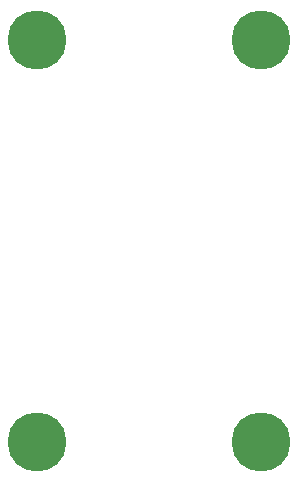
<source format=gbr>
%TF.GenerationSoftware,Altium Limited,Altium Designer,23.3.1 (30)*%
G04 Layer_Color=255*
%FSLAX26Y26*%
%MOIN*%
%TF.SameCoordinates,8EB50123-24BD-4293-BAC2-458A60E0733E*%
%TF.FilePolarity,Positive*%
%TF.FileFunction,Pads,Bot*%
%TF.Part,Single*%
G01*
G75*
%TA.AperFunction,ViaPad*%
%ADD17C,0.196850*%
D17*
X374016Y1220472D02*
D03*
X-374016D02*
D03*
X374016Y2559055D02*
D03*
X-374016D02*
D03*
%TF.MD5,661ec613dc1756025b7082f97c53cd6e*%
M02*

</source>
